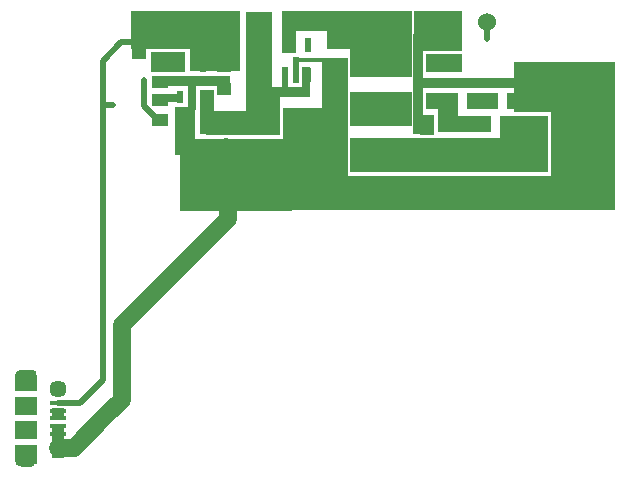
<source format=gtl>
G04*
G04 #@! TF.GenerationSoftware,Altium Limited,Altium Designer,24.0.1 (36)*
G04*
G04 Layer_Physical_Order=1*
G04 Layer_Color=255*
%FSLAX44Y44*%
%MOMM*%
G71*
G04*
G04 #@! TF.SameCoordinates,40904156-3D38-421D-9BDF-46F29154AA19*
G04*
G04*
G04 #@! TF.FilePolarity,Positive*
G04*
G01*
G75*
%ADD19C,0.5000*%
%ADD20R,1.1000X1.4000*%
%ADD21R,1.0000X1.2500*%
%ADD22R,1.2192X0.9144*%
%ADD23R,1.4000X1.1000*%
%ADD24R,1.2500X1.0000*%
%ADD25R,0.6000X1.0000*%
%ADD26R,0.5500X1.3000*%
%ADD27C,1.5240*%
G04:AMPARAMS|DCode=28|XSize=0.65mm|YSize=1.2mm|CornerRadius=0.0488mm|HoleSize=0mm|Usage=FLASHONLY|Rotation=180.000|XOffset=0mm|YOffset=0mm|HoleType=Round|Shape=RoundedRectangle|*
%AMROUNDEDRECTD28*
21,1,0.6500,1.1025,0,0,180.0*
21,1,0.5525,1.2000,0,0,180.0*
1,1,0.0975,-0.2763,0.5513*
1,1,0.0975,0.2763,0.5513*
1,1,0.0975,0.2763,-0.5513*
1,1,0.0975,-0.2763,-0.5513*
%
%ADD28ROUNDEDRECTD28*%
%ADD29R,0.9500X0.9000*%
%ADD30R,2.0000X1.2500*%
%ADD31R,1.3500X0.4000*%
%ADD32R,1.9000X1.5000*%
%ADD46C,0.5080*%
%ADD47C,2.0000*%
%ADD48C,1.5000*%
%ADD49R,2.5400X0.7620*%
%ADD50R,2.9844X1.6749*%
%ADD51R,3.7612X0.9000*%
%ADD52R,5.2578X2.8862*%
%ADD53R,1.7266X3.2986*%
%ADD54R,3.5190X1.4750*%
%ADD55R,2.7766X1.3596*%
%ADD56R,2.6416X1.3970*%
%ADD57R,8.7550X0.9210*%
%ADD58R,4.1910X8.6928*%
%ADD59R,1.3076X1.6588*%
%ADD60R,2.2736X6.5532*%
%ADD61R,4.1576X3.4296*%
%ADD62R,4.0894X3.1742*%
%ADD63R,0.7206X2.9062*%
%ADD64R,1.8034X4.1408*%
%ADD65R,4.3434X5.1388*%
%ADD66R,1.2192X3.3220*%
%ADD67R,4.2426X1.7526*%
%ADD68R,2.6590X3.2598*%
%ADD69R,1.2192X2.1438*%
%ADD70R,4.6688X0.4592*%
%ADD71R,0.6000X2.2250*%
%ADD72R,0.5588X2.6496*%
%ADD73R,2.4130X0.9144*%
%ADD74R,0.6938X2.6496*%
%ADD75R,5.0292X4.2000*%
%ADD76R,3.2004X2.9618*%
%ADD77R,3.2766X0.9144*%
%ADD78R,1.2831X3.7878*%
%ADD79R,2.9500X4.0418*%
%ADD80R,6.3336X1.9982*%
%ADD81R,3.6082X0.9000*%
%ADD82R,3.1576X1.5126*%
%ADD83R,5.2558X5.5632*%
%ADD84R,0.8556X8.5932*%
%ADD85R,16.7386X2.8956*%
%ADD86R,5.3848X3.2004*%
%ADD87R,0.9906X2.8500*%
%ADD88R,0.9906X1.0414*%
%ADD89R,9.4486X6.1468*%
%ADD90R,5.4356X12.5660*%
%ADD91R,24.8768X2.9972*%
%ADD92R,2.2454X12.9812*%
%ADD93C,1.2000*%
%ADD94R,1.2000X1.2000*%
%ADD95R,1.5000X1.5000*%
%ADD96C,1.5000*%
%ADD97C,1.4500*%
%ADD98C,0.5080*%
%ADD99C,0.3810*%
G36*
X38380Y70680D02*
X19380D01*
Y57680D01*
X38380D01*
Y70680D01*
D02*
G37*
G36*
X33380Y57680D02*
X24380D01*
Y52680D01*
X33380Y52680D01*
Y57680D01*
D02*
G37*
G36*
X24380Y129680D02*
X33380D01*
Y134680D01*
X24380Y134680D01*
Y129680D01*
D02*
G37*
G36*
X19380Y116680D02*
X38380D01*
Y129680D01*
X19380D01*
Y116680D01*
D02*
G37*
D19*
X26557Y128451D02*
G03*
X26558Y128452I-2177J1229D01*
G01*
X26532Y128408D02*
G03*
X26557Y128451I-2152J1272D01*
G01*
X31089Y128680D02*
G03*
X31461Y128077I2291J1000D01*
G01*
X25609Y127503D02*
G03*
X25761Y127596I-1229J2177D01*
G01*
X26321Y128104D02*
G03*
X26457Y128288I-1941J1576D01*
G01*
X25761Y127596D02*
G03*
X26321Y128104I-1381J2084D01*
G01*
X25516Y127453D02*
G03*
X25609Y127503I-1136J2227D01*
G01*
X25265Y127342D02*
G03*
X25516Y127453I-885J2338D01*
G01*
X24484Y127182D02*
G03*
X25265Y127342I-104J2498D01*
G01*
X26457Y128288D02*
G03*
X26532Y128408I-2077J1391D01*
G01*
X31461Y128077D02*
G03*
X31515Y128014I1918J1603D01*
G01*
X31612Y127912D02*
G03*
X31714Y127816I1768J1768D01*
G01*
X31516Y128014D02*
G03*
X31612Y127912I1864J1666D01*
G01*
X33380Y132180D02*
G03*
X31089Y128680I0J-2500D01*
G01*
X35671D02*
G03*
X34983Y131599I-2291J1000D01*
G01*
X31714Y127816D02*
G03*
X35671Y128680I1666J1864D01*
G01*
X33350Y60180D02*
G03*
X30880Y57680I30J-2500D01*
G01*
Y57680D02*
G03*
X30964Y57037I2500J0D01*
G01*
X33390Y60180D02*
G03*
X33380Y60180I-10J-2500D01*
G01*
X33379D02*
G03*
X33350Y60180I0J-2500D01*
G01*
X32538Y55326D02*
G03*
X33123Y55193I842J2354D01*
G01*
D02*
G03*
X33340Y55180I257J2487D01*
G01*
X33898Y60126D02*
G03*
X33390Y60180I-518J-2446D01*
G01*
X35781Y56984D02*
G03*
X33898Y60126I-2401J696D01*
G01*
X33340Y55180D02*
G03*
X35781Y56984I40J2500D01*
G01*
X34380Y131971D02*
G03*
X33380Y132180I-1000J-2291D01*
G01*
X34578Y131874D02*
G03*
X34380Y131971I-1198J-2194D01*
G01*
X34983Y131599D02*
G03*
X34578Y131874I-1603J-1919D01*
G01*
X30964Y57037D02*
G03*
X30964Y57036I2416J643D01*
G01*
Y57036D02*
G03*
X30973Y57003I2416J644D01*
G01*
D02*
G03*
X30979Y56984I2407J677D01*
G01*
X30979Y56984D02*
G03*
X31379Y56181I2401J696D01*
G01*
D02*
G03*
X31600Y55924I2000J1499D01*
G01*
D02*
G03*
X31881Y55679I1780J1756D01*
G01*
D02*
G03*
X32538Y55326I1499J2000D01*
G01*
X24380Y132180D02*
G03*
X24483Y127182I0J-2500D01*
G01*
X24380Y60180D02*
G03*
X24380Y60180I0J-2500D01*
G01*
X26558Y128452D02*
G03*
X24380Y132180I-2178J1228D01*
G01*
D20*
X440804Y362458D02*
D03*
X423304D02*
D03*
X389522D02*
D03*
X407022D02*
D03*
D21*
X364076Y416554D02*
D03*
X344076D02*
D03*
X165260Y346456D02*
D03*
X185260D02*
D03*
D22*
X322326Y346583D02*
D03*
Y313817D02*
D03*
D23*
X394462Y324238D02*
D03*
Y341738D02*
D03*
X141754Y395861D02*
D03*
Y378361D02*
D03*
X141754Y363456D02*
D03*
Y345956D02*
D03*
D24*
X415036Y344512D02*
D03*
Y324512D02*
D03*
X366522Y340956D02*
D03*
Y320956D02*
D03*
X196342Y392016D02*
D03*
Y372016D02*
D03*
D25*
X159260Y392016D02*
D03*
X178260D02*
D03*
X159260Y366016D02*
D03*
X168760D02*
D03*
X178260D02*
D03*
D26*
X248056Y384556D02*
D03*
X257556D02*
D03*
X267056D02*
D03*
Y409556D02*
D03*
X248056D02*
D03*
D27*
X269494Y429006D02*
D03*
X419100Y429514D02*
D03*
X292100Y284988D02*
D03*
X225806Y429006D02*
D03*
X178410D02*
D03*
D28*
X352196Y392442D02*
D03*
X371196D02*
D03*
Y362942D02*
D03*
X361696D02*
D03*
X352196D02*
D03*
D29*
X288290Y412244D02*
D03*
Y380744D02*
D03*
D30*
X319532Y363418D02*
D03*
Y388918D02*
D03*
D31*
X55880Y106680D02*
D03*
Y100180D02*
D03*
Y93680D02*
D03*
Y87180D02*
D03*
Y80680D02*
D03*
D32*
X28880Y103680D02*
D03*
Y83680D02*
D03*
D46*
X128302Y357908D02*
X140254Y345956D01*
X128302Y357908D02*
Y379648D01*
X140254Y345956D02*
X141754D01*
X419100Y415290D02*
Y429514D01*
X418846Y415036D02*
X419100Y415290D01*
X121158Y411988D02*
X123698Y414528D01*
X93472Y359156D02*
Y396494D01*
Y125984D02*
Y359156D01*
X93480Y359148D02*
X102108D01*
X93472Y359156D02*
X93480Y359148D01*
X108966Y411988D02*
X121158D01*
X93472Y396494D02*
X108966Y411988D01*
X74168Y106680D02*
X93472Y125984D01*
X55880Y106680D02*
X74168D01*
D47*
X197612Y309118D02*
Y320802D01*
Y309118D02*
X199644Y307086D01*
D48*
X109982Y109474D02*
Y172782D01*
X96456Y95948D02*
X109982Y109474D01*
X96456Y95948D02*
Y95948D01*
X69188Y68680D02*
X96456Y95948D01*
X55880Y68680D02*
X69188D01*
X199644Y262444D02*
Y307086D01*
X109982Y172782D02*
X199644Y262444D01*
D49*
X149098Y364744D02*
D03*
D50*
X149288Y395486D02*
D03*
D51*
X155204Y379268D02*
D03*
D52*
X329057Y355387D02*
D03*
D53*
X385829Y352449D02*
D03*
D54*
X404691Y343137D02*
D03*
D55*
X380579Y362144D02*
D03*
D56*
X414782Y362331D02*
D03*
D57*
X402047Y377297D02*
D03*
D58*
X267335Y312704D02*
D03*
D59*
X368234Y342218D02*
D03*
D60*
X225614Y405638D02*
D03*
D61*
X377484Y421256D02*
D03*
D62*
X450215Y334641D02*
D03*
D63*
X168863Y369237D02*
D03*
D64*
X163449Y336928D02*
D03*
D65*
X189103Y412710D02*
D03*
D66*
X123952Y413666D02*
D03*
D67*
X266577Y429641D02*
D03*
D68*
X296585Y422105D02*
D03*
D69*
X251460Y412775D02*
D03*
D70*
X277900Y397010D02*
D03*
D71*
X257556Y388181D02*
D03*
D72*
X248158Y378246D02*
D03*
D73*
X257429Y369570D02*
D03*
D74*
X266025Y378246D02*
D03*
D75*
X466344Y374154D02*
D03*
D76*
X486664Y367963D02*
D03*
D77*
X234569Y369570D02*
D03*
D78*
X181676Y352663D02*
D03*
D79*
X228996Y353933D02*
D03*
D80*
X212078Y343715D02*
D03*
D81*
X183301Y379268D02*
D03*
D82*
X382484Y394005D02*
D03*
D83*
X329047Y410588D02*
D03*
D84*
X360974Y376890D02*
D03*
D85*
X386969Y316230D02*
D03*
D86*
X144780Y422402D02*
D03*
D87*
X55499Y74430D02*
D03*
D88*
Y97155D02*
D03*
D89*
X206503Y299974D02*
D03*
D90*
X500380Y332324D02*
D03*
D91*
X403174Y284480D02*
D03*
D92*
X290017Y334400D02*
D03*
D93*
X462534Y362458D02*
D03*
D94*
Y342458D02*
D03*
D95*
X233745Y344224D02*
D03*
D96*
X253746D02*
D03*
D97*
X55880Y68680D02*
D03*
Y118680D02*
D03*
D98*
X128302Y379648D02*
D03*
X418846Y415036D02*
D03*
X434636Y321654D02*
D03*
X102108Y359148D02*
D03*
D99*
X341196Y390392D02*
D03*
Y396363D02*
D03*
Y402333D02*
D03*
X387096Y395218D02*
D03*
X390652Y390392D02*
D03*
X394716Y395218D02*
D03*
M02*

</source>
